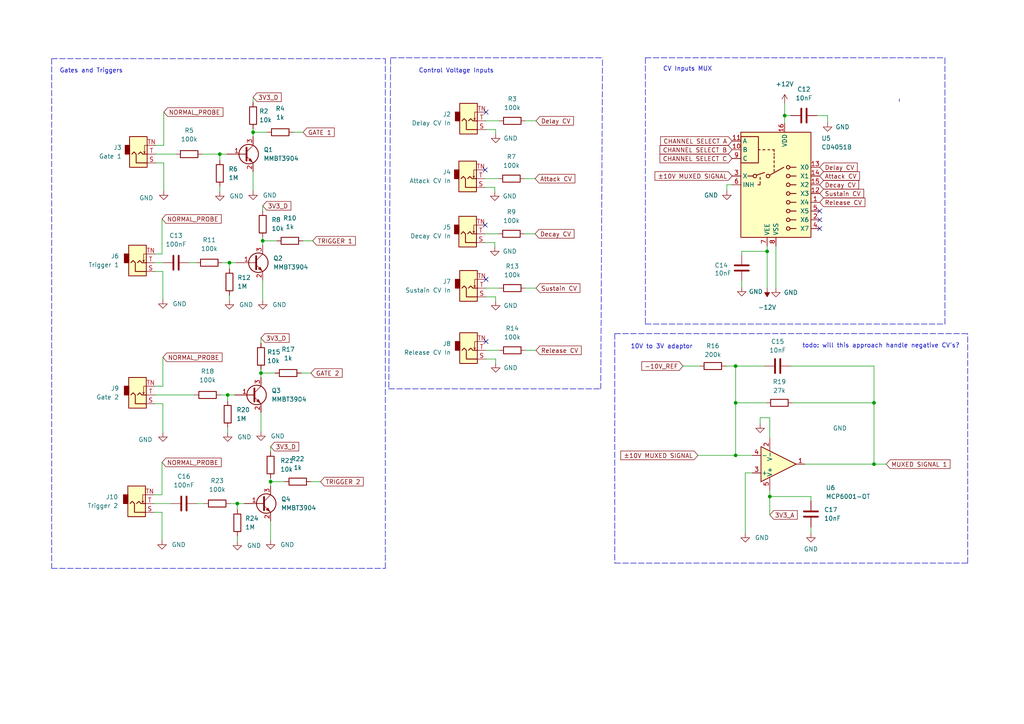
<source format=kicad_sch>
(kicad_sch (version 20211123) (generator eeschema)
  (paper "A4")
  (lib_symbols
    (symbol "Amplifier_Operational:MCP6001-OT" (pin_names (offset 0.127))
      (property "Reference" "U" (at -1.27 6.35 0))
      (property "Value" "MCP6001-OT" (at -1.27 3.81 0))
      (symbol "MCP6001-OT_0_1"
        (polyline (pts (xy -5.08 5.08) (xy 5.08 0) (xy -5.08 -5.08) (xy -5.08 5.08)) (stroke (width 0.254)) (fill (type background)))
        (pin power_in line (at -2.54 -7.62 90) (length 3.81) (name "V-") (number "2"))
        (pin power_in line (at -2.54 7.62 270) (length 3.81) (name "V+") (number "5"))
      )
      (symbol "MCP6001-OT_1_1"
        (pin output line (at 7.62 0 180) (length 2.54) (name "~") (number "1"))
        (pin input line (at -7.62 2.54 0) (length 2.54) (name "+") (number "3"))
        (pin input line (at -7.62 -2.54 0) (length 2.54) (name "-") (number "4"))
      )
    )
    (symbol "Analog_Switch:CD4051B"
      (property "Reference" "U" (at -10.16 16.51 0))
      (property "Value" "CD4051B" (at 3.81 16.51 0))
      (symbol "CD4051B_0_1"
        (rectangle (start -10.16 6.35) (end -5.08 13.97) (stroke (width 0.254)))
        (rectangle (start -10.16 15.24) (end 10.16 -15.24) (stroke (width 0.254)) (fill (type background)))
        (circle (center -6.096 2.54) (radius 0.508) (stroke (width 0.254)))
        (circle (center -2.286 2.54) (radius 0.508) (stroke (width 0.254)))
        (polyline (pts (xy -8.128 2.54) (xy -6.604 2.54)) (stroke (width 0.254)))
        (polyline (pts (xy -5.588 2.794) (xy -3.302 3.556)) (stroke (width 0.254)))
        (polyline (pts (xy -4.572 0) (xy -5.207 0)) (stroke (width 0.254)))
        (polyline (pts (xy -4.572 0.254) (xy -4.572 0.889)) (stroke (width 0.254)))
        (polyline (pts (xy -4.572 1.524) (xy -4.572 2.159)) (stroke (width 0.254)))
        (polyline (pts (xy -4.572 10.16) (xy -5.08 10.16)) (stroke (width 0.254)))
        (polyline (pts (xy -3.81 10.16) (xy -3.175 10.16)) (stroke (width 0.254)))
        (polyline (pts (xy -1.778 2.794) (xy 2.286 5.08)) (stroke (width 0.254)))
        (polyline (pts (xy -1.778 10.16) (xy -2.286 10.16)) (stroke (width 0.254)))
        (polyline (pts (xy -0.508 3.81) (xy -0.508 4.445)) (stroke (width 0.254)))
        (polyline (pts (xy -0.508 5.08) (xy -0.508 5.715)) (stroke (width 0.254)))
        (polyline (pts (xy -0.508 6.35) (xy -0.508 6.985)) (stroke (width 0.254)))
        (polyline (pts (xy -0.508 7.62) (xy -0.508 8.255)) (stroke (width 0.254)))
        (polyline (pts (xy -0.508 8.636) (xy -0.508 9.144)) (stroke (width 0.254)))
        (polyline (pts (xy -0.508 9.652) (xy -0.508 10.16)) (stroke (width 0.254)))
        (polyline (pts (xy -0.508 10.16) (xy -1.016 10.16)) (stroke (width 0.254)))
        (polyline (pts (xy 4.064 -12.7) (xy 5.842 -12.7)) (stroke (width 0.254)))
        (polyline (pts (xy 4.064 -10.16) (xy 5.842 -10.16)) (stroke (width 0.254)))
        (polyline (pts (xy 4.064 -7.62) (xy 5.842 -7.62)) (stroke (width 0.254)))
        (polyline (pts (xy 4.064 -5.08) (xy 5.842 -5.08)) (stroke (width 0.254)))
        (polyline (pts (xy 4.064 -2.54) (xy 5.842 -2.54)) (stroke (width 0.254)))
        (polyline (pts (xy 4.064 0) (xy 5.842 0)) (stroke (width 0.254)))
        (polyline (pts (xy 4.064 2.54) (xy 5.842 2.54)) (stroke (width 0.254)))
        (polyline (pts (xy 4.064 5.08) (xy 5.842 5.08)) (stroke (width 0.254)))
        (circle (center 3.556 -12.7) (radius 0.508) (stroke (width 0.254)))
        (circle (center 3.556 -10.16) (radius 0.508) (stroke (width 0.254)))
        (circle (center 3.556 -7.62) (radius 0.508) (stroke (width 0.254)))
        (circle (center 3.556 -5.08) (radius 0.508) (stroke (width 0.254)))
        (circle (center 3.556 -2.54) (radius 0.508) (stroke (width 0.254)))
        (circle (center 3.556 0) (radius 0.508) (stroke (width 0.254)))
        (circle (center 3.556 2.54) (radius 0.508) (stroke (width 0.254)))
        (circle (center 3.556 5.08) (radius 0.508) (stroke (width 0.254)))
      )
      (symbol "CD4051B_1_1"
        (pin bidirectional line (at 12.7 -5.08 180) (length 2.54) (name "X4") (number "1"))
        (pin input line (at -12.7 10.16 0) (length 2.54) (name "B") (number "10"))
        (pin input line (at -12.7 12.7 0) (length 2.54) (name "A") (number "11"))
        (pin bidirectional line (at 12.7 -2.54 180) (length 2.54) (name "X3") (number "12"))
        (pin bidirectional line (at 12.7 5.08 180) (length 2.54) (name "X0") (number "13"))
        (pin bidirectional line (at 12.7 2.54 180) (length 2.54) (name "X1") (number "14"))
        (pin bidirectional line (at 12.7 0 180) (length 2.54) (name "X2") (number "15"))
        (pin power_in line (at 2.54 17.78 270) (length 2.54) (name "VDD") (number "16"))
        (pin bidirectional line (at 12.7 -10.16 180) (length 2.54) (name "X6") (number "2"))
        (pin bidirectional line (at -12.7 2.54 0) (length 2.54) (name "X") (number "3"))
        (pin bidirectional line (at 12.7 -12.7 180) (length 2.54) (name "X7") (number "4"))
        (pin bidirectional line (at 12.7 -7.62 180) (length 2.54) (name "X5") (number "5"))
        (pin input line (at -12.7 0 0) (length 2.54) (name "INH") (number "6"))
        (pin power_in line (at -2.54 -17.78 90) (length 2.54) (name "VEE") (number "7"))
        (pin power_in line (at 0 -17.78 90) (length 2.54) (name "VSS") (number "8"))
        (pin input line (at -12.7 7.62 0) (length 2.54) (name "C") (number "9"))
      )
    )
    (symbol "Connector:AudioJack2_SwitchT"
      (property "Reference" "J" (at 0 8.89 0))
      (property "Value" "AudioJack2_SwitchT" (at 0 6.35 0))
      (symbol "AudioJack2_SwitchT_0_1"
        (rectangle (start -2.54 0) (end -3.81 -2.54) (stroke (width 0.254)) (fill (type outline)))
        (polyline (pts (xy 1.778 -0.254) (xy 2.032 -0.762)))
        (polyline (pts (xy 0 0) (xy 0.635 -0.635) (xy 1.27 0) (xy 2.54 0)) (stroke (width 0.254)))
        (polyline (pts (xy 2.54 -2.54) (xy 1.778 -2.54) (xy 1.778 -0.254) (xy 1.524 -0.762)))
        (polyline (pts (xy 2.54 2.54) (xy -0.635 2.54) (xy -0.635 0) (xy -1.27 -0.635) (xy -1.905 0)) (stroke (width 0.254)))
        (rectangle (start 2.54 3.81) (end -2.54 -5.08) (stroke (width 0.254)) (fill (type background)))
      )
      (symbol "AudioJack2_SwitchT_1_1"
        (pin passive line (at 5.08 2.54 180) (length 2.54) (name "~") (number "S"))
        (pin passive line (at 5.08 0 180) (length 2.54) (name "~") (number "T"))
        (pin passive line (at 5.08 -2.54 180) (length 2.54) (name "~") (number "TN"))
      )
    )
    (symbol "Device:C" (pin_numbers hide) (pin_names (offset 0.254))
      (property "Reference" "C" (at 0.635 2.54 0))
      (property "Value" "C" (at 0.635 -2.54 0))
      (symbol "C_0_1"
        (polyline (pts (xy -2.032 -0.762) (xy 2.032 -0.762)) (stroke (width 0.508)))
        (polyline (pts (xy -2.032 0.762) (xy 2.032 0.762)) (stroke (width 0.508)))
      )
      (symbol "C_1_1"
        (pin passive line (at 0 3.81 270) (length 2.794) (name "~") (number "1"))
        (pin passive line (at 0 -3.81 90) (length 2.794) (name "~") (number "2"))
      )
    )
    (symbol "Device:R" (pin_numbers hide) (pin_names (offset 0))
      (property "Reference" "R" (at 2.032 0 90))
      (property "Value" "R" (at 0 0 90))
      (symbol "R_0_1"
        (rectangle (start -1.016 -2.54) (end 1.016 2.54) (stroke (width 0.254)))
      )
      (symbol "R_1_1"
        (pin passive line (at 0 3.81 270) (length 1.27) (name "~") (number "1"))
        (pin passive line (at 0 -3.81 90) (length 1.27) (name "~") (number "2"))
      )
    )
    (symbol "Transistor_BJT:MMBT3904" (pin_names (offset 0) hide)
      (property "Reference" "Q" (at 5.08 1.905 0))
      (property "Value" "MMBT3904" (at 5.08 0 0))
      (symbol "MMBT3904_0_1"
        (polyline (pts (xy 0.635 0.635) (xy 2.54 2.54)))
        (polyline (pts (xy 0.635 -0.635) (xy 2.54 -2.54) (xy 2.54 -2.54)))
        (polyline (pts (xy 0.635 1.905) (xy 0.635 -1.905) (xy 0.635 -1.905)) (stroke (width 0.508)))
        (polyline (pts (xy 1.27 -1.778) (xy 1.778 -1.27) (xy 2.286 -2.286) (xy 1.27 -1.778) (xy 1.27 -1.778)) (fill (type outline)))
        (circle (center 1.27 0) (radius 2.8194) (stroke (width 0.254)))
      )
      (symbol "MMBT3904_1_1"
        (pin input line (at -5.08 0 0) (length 5.715) (name "B") (number "1"))
        (pin passive line (at 2.54 -5.08 90) (length 2.54) (name "E") (number "2"))
        (pin passive line (at 2.54 5.08 270) (length 2.54) (name "C") (number "3"))
      )
    )
    (symbol "power:+12V" (power) (pin_names (offset 0))
      (property "Value" "+12V" (at 0 3.556 0))
      (symbol "+12V_0_1"
        (polyline (pts (xy -0.762 1.27) (xy 0 2.54)))
        (polyline (pts (xy 0 0) (xy 0 2.54)))
        (polyline (pts (xy 0 2.54) (xy 0.762 1.27)))
      )
      (symbol "+12V_1_1"
        (pin power_in line (at 0 0 90) (length 0) hide (name "+12V") (number "1"))
      )
    )
    (symbol "power:-12V" (power) (pin_names (offset 0))
      (property "Value" "-12V" (at 0 3.81 0))
      (symbol "-12V_0_0"
        (pin power_in line (at 0 0 90) (length 0) hide (name "-12V") (number "1"))
      )
      (symbol "-12V_0_1"
        (polyline (pts (xy 0 0) (xy 0 1.27) (xy 0.762 1.27) (xy 0 2.54) (xy -0.762 1.27) (xy 0 1.27)) (fill (type outline)))
      )
    )
    (symbol "power:GND" (power) (pin_names (offset 0))
      (property "Value" "GND" (at 0 -3.81 0))
      (symbol "GND_0_1"
        (polyline (pts (xy 0 0) (xy 0 -1.27) (xy 1.27 -1.27) (xy 0 -2.54) (xy -1.27 -1.27) (xy 0 -1.27)))
      )
      (symbol "GND_1_1"
        (pin power_in line (at 0 0 270) (length 0) hide (name "GND") (number "1"))
      )
    )
  )
  (junction (at 75.692 108.204))
  (junction (at 63.754 44.704))
  (junction (at 213.36 132.08))
  (junction (at 213.36 106.172))
  (junction (at 76.2 69.85))
  (junction (at 73.406 38.354))
  (junction (at 222.504 72.898))
  (junction (at 78.486 139.7))
  (junction (at 68.834 146.05))
  (junction (at 213.36 116.84))
  (junction (at 253.492 134.62))
  (junction (at 253.492 116.84))
  (junction (at 223.266 144.018))
  (junction (at 227.584 33.528))
  (junction (at 66.548 76.2))
  (junction (at 66.04 114.554))
  (no_connect (at 140.97 99.06))
  (no_connect (at 237.744 61.214))
  (no_connect (at 237.744 63.754))
  (no_connect (at 237.744 66.294))
  (no_connect (at 140.97 32.512))
  (no_connect (at 140.97 81.026))
  (no_connect (at 140.716 49.276))
  (no_connect (at 140.716 65.278))
  (wire (pts (xy 152.146 51.816) (xy 155.194 51.816)))
  (wire (pts (xy 220.472 122.936) (xy 220.472 121.158)))
  (wire (pts (xy 225.044 71.374) (xy 225.044 83.566)))
  (wire (pts (xy 76.2 69.85) (xy 80.264 69.85)))
  (wire (pts (xy 229.87 116.84) (xy 253.492 116.84)))
  (wire (pts (xy 210.82 55.372) (xy 210.82 53.594)))
  (wire (pts (xy 45.212 44.704) (xy 51.054 44.704)))
  (wire (pts (xy 58.674 44.704) (xy 63.754 44.704)))
  (wire (pts (xy 220.472 121.158) (xy 223.266 121.158)))
  (wire (pts (xy 140.97 83.566) (xy 144.78 83.566)))
  (wire (pts (xy 235.204 152.908) (xy 235.204 154.686)))
  (wire (pts (xy 213.36 106.172) (xy 213.36 116.84)))
  (wire (pts (xy 216.154 137.16) (xy 216.154 154.686)))
  (wire (pts (xy 152.4 35.052) (xy 155.448 35.052)))
  (wire (pts (xy 227.584 33.528) (xy 227.584 35.814)))
  (wire (pts (xy 45.212 42.164) (xy 47.498 42.164)))
  (wire (pts (xy 87.884 69.85) (xy 90.678 69.85)))
  (wire (pts (xy 222.504 71.374) (xy 222.504 72.898)))
  (polyline (pts (xy 113.284 16.764) (xy 174.752 16.764)))
  (wire (pts (xy 46.99 134.112) (xy 46.99 143.51)))
  (wire (pts (xy 78.486 151.13) (xy 78.486 156.718)))
  (wire (pts (xy 75.692 107.188) (xy 75.692 108.204)))
  (polyline (pts (xy 280.67 163.322) (xy 280.67 96.774)))
  (wire (pts (xy 47.244 86.868) (xy 47.244 78.74)))
  (wire (pts (xy 78.486 139.7) (xy 78.486 140.97)))
  (wire (pts (xy 143.764 86.106) (xy 140.97 86.106)))
  (wire (pts (xy 143.51 54.356) (xy 140.716 54.356)))
  (wire (pts (xy 47.498 47.244) (xy 45.212 47.244)))
  (wire (pts (xy 198.12 106.172) (xy 202.946 106.172)))
  (wire (pts (xy 64.516 76.2) (xy 66.548 76.2)))
  (wire (pts (xy 90.17 139.7) (xy 92.964 139.7)))
  (wire (pts (xy 85.09 38.354) (xy 87.884 38.354)))
  (polyline (pts (xy 187.198 16.764) (xy 187.198 93.98)))
  (wire (pts (xy 75.692 119.634) (xy 75.692 125.222)))
  (wire (pts (xy 76.2 59.69) (xy 76.2 61.214)))
  (wire (pts (xy 240.03 33.528) (xy 236.982 33.528)))
  (wire (pts (xy 76.2 81.28) (xy 76.2 87.122)))
  (wire (pts (xy 68.834 146.05) (xy 68.834 147.828)))
  (wire (pts (xy 143.51 55.626) (xy 143.51 54.356)))
  (wire (pts (xy 221.742 106.172) (xy 213.36 106.172)))
  (wire (pts (xy 47.244 117.094) (xy 44.958 117.094)))
  (polyline (pts (xy 112.776 112.776) (xy 174.244 112.776)))
  (wire (pts (xy 229.362 106.172) (xy 253.492 106.172)))
  (wire (pts (xy 215.138 81.534) (xy 215.138 83.312)))
  (wire (pts (xy 66.548 76.2) (xy 66.548 77.978)))
  (wire (pts (xy 44.958 76.2) (xy 47.244 76.2)))
  (wire (pts (xy 215.138 72.898) (xy 222.504 72.898)))
  (polyline (pts (xy 111.76 164.846) (xy 111.76 17.018)))
  (polyline (pts (xy 178.308 96.774) (xy 178.308 163.322)))
  (wire (pts (xy 44.704 146.05) (xy 49.53 146.05)))
  (wire (pts (xy 68.834 155.448) (xy 68.834 156.972)))
  (wire (pts (xy 143.764 104.14) (xy 140.97 104.14)))
  (wire (pts (xy 223.266 144.018) (xy 223.266 142.24)))
  (wire (pts (xy 202.438 132.08) (xy 213.36 132.08)))
  (wire (pts (xy 47.244 125.476) (xy 47.244 117.094)))
  (wire (pts (xy 47.498 42.164) (xy 47.498 32.512)))
  (wire (pts (xy 227.584 29.972) (xy 227.584 33.528)))
  (polyline (pts (xy 14.986 164.846) (xy 111.76 164.846)))
  (wire (pts (xy 66.04 123.952) (xy 66.04 125.476)))
  (wire (pts (xy 215.138 73.914) (xy 215.138 72.898)))
  (wire (pts (xy 64.008 114.554) (xy 66.04 114.554)))
  (wire (pts (xy 46.99 156.718) (xy 46.99 148.59)))
  (wire (pts (xy 54.864 76.2) (xy 56.896 76.2)))
  (wire (pts (xy 63.754 44.704) (xy 63.754 46.482)))
  (wire (pts (xy 253.492 134.62) (xy 257.048 134.62)))
  (wire (pts (xy 240.03 35.56) (xy 240.03 33.528)))
  (wire (pts (xy 213.36 116.84) (xy 213.36 132.08)))
  (wire (pts (xy 66.04 114.554) (xy 66.04 116.332)))
  (wire (pts (xy 218.186 137.16) (xy 216.154 137.16)))
  (wire (pts (xy 63.754 44.704) (xy 65.786 44.704)))
  (polyline (pts (xy 174.244 112.776) (xy 174.752 16.764)))
  (wire (pts (xy 66.548 85.598) (xy 66.548 87.122)))
  (wire (pts (xy 78.486 129.54) (xy 78.486 131.064)))
  (wire (pts (xy 47.244 78.74) (xy 44.958 78.74)))
  (wire (pts (xy 152.4 83.566) (xy 155.448 83.566)))
  (wire (pts (xy 210.566 106.172) (xy 213.36 106.172)))
  (wire (pts (xy 233.426 134.62) (xy 253.492 134.62)))
  (wire (pts (xy 47.244 103.632) (xy 47.244 112.014)))
  (wire (pts (xy 227.584 33.528) (xy 229.362 33.528)))
  (wire (pts (xy 73.406 38.354) (xy 73.406 39.624)))
  (wire (pts (xy 152.146 67.818) (xy 155.194 67.818)))
  (wire (pts (xy 143.51 70.358) (xy 140.716 70.358)))
  (wire (pts (xy 140.716 51.816) (xy 144.526 51.816)))
  (wire (pts (xy 76.2 68.834) (xy 76.2 69.85)))
  (wire (pts (xy 143.764 38.862) (xy 143.764 37.592)))
  (polyline (pts (xy 14.986 17.018) (xy 111.76 17.018)))
  (wire (pts (xy 223.266 149.352) (xy 223.266 144.018)))
  (wire (pts (xy 76.2 69.85) (xy 76.2 71.12)))
  (wire (pts (xy 73.406 37.338) (xy 73.406 38.354)))
  (wire (pts (xy 87.376 108.204) (xy 90.17 108.204)))
  (wire (pts (xy 44.958 114.554) (xy 56.388 114.554)))
  (wire (pts (xy 63.754 54.102) (xy 63.754 55.626)))
  (wire (pts (xy 75.692 108.204) (xy 79.756 108.204)))
  (wire (pts (xy 73.406 28.194) (xy 73.406 29.718)))
  (wire (pts (xy 47.498 55.372) (xy 47.498 47.244)))
  (wire (pts (xy 66.548 76.2) (xy 68.58 76.2)))
  (wire (pts (xy 253.492 106.172) (xy 253.492 116.84)))
  (wire (pts (xy 213.36 132.08) (xy 218.186 132.08)))
  (polyline (pts (xy 113.284 17.018) (xy 112.776 112.776)))
  (wire (pts (xy 140.97 35.052) (xy 144.78 35.052)))
  (wire (pts (xy 73.406 49.784) (xy 73.406 55.372)))
  (wire (pts (xy 73.406 38.354) (xy 77.47 38.354)))
  (wire (pts (xy 78.486 139.7) (xy 82.55 139.7)))
  (wire (pts (xy 78.486 138.684) (xy 78.486 139.7)))
  (wire (pts (xy 213.36 116.84) (xy 222.25 116.84)))
  (polyline (pts (xy 187.198 93.98) (xy 274.066 93.98)))
  (wire (pts (xy 75.692 98.044) (xy 75.692 99.568)))
  (polyline (pts (xy 187.198 16.764) (xy 274.066 16.764)))
  (polyline (pts (xy 274.066 93.98) (xy 274.066 16.764)))
  (wire (pts (xy 140.716 67.818) (xy 144.526 67.818)))
  (wire (pts (xy 46.99 143.51) (xy 44.704 143.51)))
  (wire (pts (xy 140.97 101.6) (xy 144.78 101.6)))
  (wire (pts (xy 44.958 112.014) (xy 47.244 112.014)))
  (wire (pts (xy 46.99 148.59) (xy 44.704 148.59)))
  (wire (pts (xy 210.82 53.594) (xy 212.344 53.594)))
  (polyline (pts (xy 178.308 163.322) (xy 280.67 163.322)))
  (wire (pts (xy 152.4 101.6) (xy 155.448 101.6)))
  (polyline (pts (xy 178.308 96.774) (xy 280.67 96.774)))
  (wire (pts (xy 143.764 37.592) (xy 140.97 37.592)))
  (wire (pts (xy 57.15 146.05) (xy 59.182 146.05)))
  (wire (pts (xy 143.51 71.628) (xy 143.51 70.358)))
  (wire (pts (xy 68.834 146.05) (xy 70.866 146.05)))
  (wire (pts (xy 66.04 114.554) (xy 68.072 114.554)))
  (polyline (pts (xy 14.986 17.018) (xy 14.986 164.846)))
  (wire (pts (xy 66.802 146.05) (xy 68.834 146.05)))
  (wire (pts (xy 223.266 121.158) (xy 223.266 127)))
  (wire (pts (xy 75.692 108.204) (xy 75.692 109.474)))
  (wire (pts (xy 235.204 145.288) (xy 235.204 144.018)))
  (wire (pts (xy 222.504 72.898) (xy 222.504 83.566)))
  (wire (pts (xy 46.99 73.66) (xy 44.958 73.66)))
  (wire (pts (xy 253.492 116.84) (xy 253.492 134.62)))
  (wire (pts (xy 46.99 63.5) (xy 46.99 73.66)))
  (polyline (pts (xy 260.858 28.702) (xy 260.858 29.464)))
  (wire (pts (xy 143.764 87.376) (xy 143.764 86.106)))
  (wire (pts (xy 143.764 105.41) (xy 143.764 104.14)))
  (wire (pts (xy 223.266 144.018) (xy 235.204 144.018)))
  (text "CV Inputs MUX" (at 192.278 20.828 0) (effects (font (size 1.27 1.27)) (justify left bottom)))
  (text "Gates and Triggers" (at 17.272 21.336 0) (effects (font (size 1.27 1.27)) (justify left bottom)))
  (text "Control Voltage Inputs" (at 121.412 21.336 0) (effects (font (size 1.27 1.27)) (justify left bottom)))
  (text "10V to 3V adaptor" (at 182.88 101.346 0) (effects (font (size 1.27 1.27)) (justify left bottom)))
  (text "todo: will this approach handle negative CV's?" (at 232.664 101.092 0) (effects (font (size 1.27 1.27)) (justify left bottom)))
  (global_label "Sustain CV" (shape input) (at 237.744 56.134 0) (property "Intersheet References" "${INTERSHEET_REFS}" (effects hide)))
  (global_label "CHANNEL SELECT B" (shape input) (at 212.344 43.434 180) (property "Intersheet References" "${INTERSHEET_REFS}" (effects hide)))
  (global_label "3V3_D" (shape input) (at 75.692 98.044 0) (property "Intersheet References" "${INTERSHEET_REFS}" (effects hide)))
  (global_label "Delay CV" (shape input) (at 155.448 35.052 0) (property "Intersheet References" "${INTERSHEET_REFS}" (effects hide)))
  (global_label "NORMAL_PROBE" (shape input) (at 46.99 134.112 0) (property "Intersheet References" "${INTERSHEET_REFS}" (effects hide)))
  (global_label "Attack CV" (shape input) (at 237.744 51.054 0) (property "Intersheet References" "${INTERSHEET_REFS}" (effects hide)))
  (global_label "Decay CV" (shape input) (at 155.194 67.818 0) (property "Intersheet References" "${INTERSHEET_REFS}" (effects hide)))
  (global_label "MUXED SIGNAL 1" (shape input) (at 257.048 134.62 0) (property "Intersheet References" "${INTERSHEET_REFS}" (effects hide)))
  (global_label "TRIGGER 1" (shape input) (at 90.678 69.85 0) (property "Intersheet References" "${INTERSHEET_REFS}" (effects hide)))
  (global_label "Decay CV" (shape input) (at 237.744 53.594 0) (property "Intersheet References" "${INTERSHEET_REFS}" (effects hide)))
  (global_label "3V3_A" (shape input) (at 223.266 149.352 0) (property "Intersheet References" "${INTERSHEET_REFS}" (effects hide)))
  (global_label "TRIGGER 2" (shape input) (at 92.964 139.7 0) (property "Intersheet References" "${INTERSHEET_REFS}" (effects hide)))
  (global_label "±10V MUXED SIGNAL" (shape input) (at 212.344 51.054 180) (property "Intersheet References" "${INTERSHEET_REFS}" (effects hide)))
  (global_label "Delay CV" (shape input) (at 237.744 48.514 0) (property "Intersheet References" "${INTERSHEET_REFS}" (effects hide)))
  (global_label "Attack CV" (shape input) (at 155.194 51.816 0) (property "Intersheet References" "${INTERSHEET_REFS}" (effects hide)))
  (global_label "GATE 2" (shape input) (at 90.17 108.204 0) (property "Intersheet References" "${INTERSHEET_REFS}" (effects hide)))
  (global_label "3V3_D" (shape input) (at 76.2 59.69 0) (property "Intersheet References" "${INTERSHEET_REFS}" (effects hide)))
  (global_label "GATE 1" (shape input) (at 87.884 38.354 0) (property "Intersheet References" "${INTERSHEET_REFS}" (effects hide)))
  (global_label "±10V MUXED SIGNAL" (shape input) (at 202.438 132.08 180) (property "Intersheet References" "${INTERSHEET_REFS}" (effects hide)))
  (global_label "NORMAL_PROBE" (shape input) (at 47.244 103.632 0) (property "Intersheet References" "${INTERSHEET_REFS}" (effects hide)))
  (global_label "3V3_D" (shape input) (at 73.406 28.194 0) (property "Intersheet References" "${INTERSHEET_REFS}" (effects hide)))
  (global_label "3V3_D" (shape input) (at 78.486 129.54 0) (property "Intersheet References" "${INTERSHEET_REFS}" (effects hide)))
  (global_label "CHANNEL SELECT C" (shape input) (at 212.344 45.974 180) (property "Intersheet References" "${INTERSHEET_REFS}" (effects hide)))
  (global_label "NORMAL_PROBE" (shape input) (at 46.99 63.5 0) (property "Intersheet References" "${INTERSHEET_REFS}" (effects hide)))
  (global_label "-10V_REF" (shape input) (at 198.12 106.172 180) (property "Intersheet References" "${INTERSHEET_REFS}" (effects hide)))
  (global_label "Release CV" (shape input) (at 155.448 101.6 0) (property "Intersheet References" "${INTERSHEET_REFS}" (effects hide)))
  (global_label "Sustain CV" (shape input) (at 155.448 83.566 0) (property "Intersheet References" "${INTERSHEET_REFS}" (effects hide)))
  (global_label "NORMAL_PROBE" (shape input) (at 47.498 32.512 0) (property "Intersheet References" "${INTERSHEET_REFS}" (effects hide)))
  (global_label "CHANNEL SELECT A" (shape input) (at 212.344 40.894 180) (property "Intersheet References" "${INTERSHEET_REFS}" (effects hide)))
  (global_label "Release CV" (shape input) (at 237.744 58.674 0) (property "Intersheet References" "${INTERSHEET_REFS}" (effects hide)))
  (symbol (lib_id "power:GND") (at 210.82 55.372 0) (unit 1)
    (property "Reference" "#PWR020" (effects hide))
    (property "Value" "GND" (at 208.28 56.6419 0) (effects (justify right)))
  )
  (symbol (lib_id "Device:R") (at 60.198 114.554 90) (unit 1)
    (property "Reference" "R18" (at 60.198 107.696 90))
    (property "Value" "100k" (at 60.198 110.236 90))
    (property "Footprint" "Resistor_SMD:R_0805_2012Metric" (effects hide))
  )
  (symbol (lib_id "Device:C") (at 225.552 106.172 90) (unit 1)
    (property "Reference" "C15" (at 225.552 99.06 90))
    (property "Value" "10nF" (at 225.552 101.6 90))
    (property "Footprint" "Capacitor_SMD:C_0805_2012Metric" (effects hide))
  )
  (symbol (lib_id "Device:R") (at 148.59 83.566 90) (unit 1)
    (property "Reference" "R13" (at 148.59 77.216 90))
    (property "Value" "100k" (at 148.59 79.756 90))
    (property "Footprint" "Resistor_SMD:R_0805_2012Metric" (effects hide))
  )
  (symbol (lib_id "Device:C") (at 235.204 149.098 0) (unit 1)
    (property "Reference" "C17" (at 239.014 147.8279 0) (effects (justify left)))
    (property "Value" "10nF" (at 239.014 150.3679 0) (effects (justify left)))
    (property "Footprint" "Capacitor_SMD:C_0805_2012Metric" (effects hide))
  )
  (symbol (lib_id "power:GND") (at 63.754 55.626 0) (unit 1)
    (property "Reference" "#PWR021" (effects hide))
    (property "Value" "GND" (at 66.548 56.8959 0) (effects (justify left)))
  )
  (symbol (lib_id "Device:R") (at 81.28 38.354 270) (unit 1)
    (property "Reference" "R4" (at 81.28 31.496 90))
    (property "Value" "1k" (at 81.28 34.036 90))
    (property "Footprint" "Resistor_SMD:R_0805_2012Metric" (effects hide))
  )
  (symbol (lib_id "power:GND") (at 225.044 83.566 0) (unit 1)
    (property "Reference" "#PWR026" (effects hide))
    (property "Value" "GND" (at 227.33 84.8359 0) (effects (justify left)))
  )
  (symbol (lib_id "Device:R") (at 83.566 108.204 270) (unit 1)
    (property "Reference" "R17" (at 83.566 101.346 90))
    (property "Value" "1k" (at 83.566 103.886 90))
    (property "Footprint" "Resistor_SMD:R_0805_2012Metric" (effects hide))
  )
  (symbol (lib_id "Device:R") (at 54.864 44.704 90) (unit 1)
    (property "Reference" "R5" (at 54.864 37.846 90))
    (property "Value" "100k" (at 54.864 40.386 90))
    (property "Footprint" "Resistor_SMD:R_0805_2012Metric" (effects hide))
  )
  (symbol (lib_id "Connector:AudioJack2_SwitchT") (at 135.636 67.818 0) (mirror x) (unit 1)
    (property "Reference" "J5" (at 130.81 65.9129 0) (effects (justify right)))
    (property "Value" "Decay CV In" (at 130.81 68.4529 0) (effects (justify right)))
    (property "Footprint" "Connector_Audio:Jack_3.5mm_QingPu_WQP-PJ398SM_Vertical_CircularHoles" (effects hide))
  )
  (symbol (lib_id "Device:R") (at 66.548 81.788 180) (unit 1)
    (property "Reference" "R12" (at 68.834 80.5179 0) (effects (justify right)))
    (property "Value" "1M" (at 68.834 83.0579 0) (effects (justify right)))
    (property "Footprint" "Resistor_SMD:R_0805_2012Metric" (effects hide))
  )
  (symbol (lib_id "Device:R") (at 66.04 120.142 180) (unit 1)
    (property "Reference" "R20" (at 68.58 118.8719 0) (effects (justify right)))
    (property "Value" "1M" (at 68.58 121.4119 0) (effects (justify right)))
    (property "Footprint" "Resistor_SMD:R_0805_2012Metric" (effects hide))
  )
  (symbol (lib_id "power:GND") (at 75.692 125.222 0) (unit 1)
    (property "Reference" "#PWR033" (effects hide))
    (property "Value" "GND" (at 78.486 126.4919 0) (effects (justify left)))
  )
  (symbol (lib_id "power:-12V") (at 222.504 83.566 180) (unit 1)
    (property "Reference" "#PWR025" (effects hide))
    (property "Value" "-12V" (at 222.504 89.154 0))
  )
  (symbol (lib_id "power:GND") (at 76.2 87.122 0) (unit 1)
    (property "Reference" "#PWR029" (effects hide))
    (property "Value" "GND" (at 78.994 88.3919 0) (effects (justify left)))
  )
  (symbol (lib_id "Connector:AudioJack2_SwitchT") (at 40.132 44.704 0) (mirror x) (unit 1)
    (property "Reference" "J3" (at 35.306 42.7989 0) (effects (justify right)))
    (property "Value" "Gate 1" (at 35.306 45.3389 0) (effects (justify right)))
    (property "Footprint" "Connector_Audio:Jack_3.5mm_QingPu_WQP-PJ398SM_Vertical_CircularHoles" (effects hide))
  )
  (symbol (lib_id "power:GND") (at 78.486 156.718 0) (unit 1)
    (property "Reference" "#PWR039" (effects hide))
    (property "Value" "GND" (at 81.28 157.9879 0) (effects (justify left)))
  )
  (symbol (lib_id "Amplifier_Operational:MCP6001-OT") (at 225.806 134.62 0) (mirror x) (unit 1)
    (property "Reference" "U6" (at 239.5094 141.478 0) (effects (justify left)))
    (property "Value" "MCP6001-OT" (at 239.5094 144.018 0) (effects (justify left)))
    (property "Footprint" "Package_TO_SOT_SMD:SOT-23-5_HandSoldering" (effects hide))
    (property "Datasheet" "http://ww1.microchip.com/downloads/en/DeviceDoc/21733j.pdf" (effects hide))
  )
  (symbol (lib_id "power:GND") (at 73.406 55.372 0) (unit 1)
    (property "Reference" "#PWR019" (effects hide))
    (property "Value" "GND" (at 76.2 56.6419 0) (effects (justify left)))
  )
  (symbol (lib_id "power:GND") (at 143.764 105.41 0) (unit 1)
    (property "Reference" "#PWR031" (effects hide))
    (property "Value" "GND" (at 146.05 106.6799 0) (effects (justify left)))
  )
  (symbol (lib_id "power:GND") (at 143.51 71.628 0) (unit 1)
    (property "Reference" "#PWR023" (effects hide))
    (property "Value" "GND" (at 145.796 72.8979 0) (effects (justify left)))
  )
  (symbol (lib_id "Connector:AudioJack2_SwitchT") (at 135.89 35.052 0) (mirror x) (unit 1)
    (property "Reference" "J2" (at 130.81 33.1469 0) (effects (justify right)))
    (property "Value" "Delay CV In" (at 130.81 35.6869 0) (effects (justify right)))
    (property "Footprint" "Connector_Audio:Jack_3.5mm_QingPu_WQP-PJ398SM_Vertical_CircularHoles" (effects hide))
  )
  (symbol (lib_id "power:GND") (at 240.03 35.56 0) (unit 1)
    (property "Reference" "#PWR016" (effects hide))
    (property "Value" "GND" (at 242.316 36.8299 0) (effects (justify left)))
  )
  (symbol (lib_id "power:GND") (at 47.498 55.372 0) (unit 1)
    (property "Reference" "#PWR018" (effects hide))
    (property "Value" "GND" (at 40.386 57.4039 0) (effects (justify left)))
  )
  (symbol (lib_id "power:+12V") (at 227.584 29.972 0) (unit 1)
    (property "Reference" "#PWR015" (effects hide))
    (property "Value" "+12V" (at 227.584 24.384 0))
  )
  (symbol (lib_id "power:GND") (at 235.204 154.686 0) (unit 1)
    (property "Reference" "#PWR037" (effects hide))
    (property "Value" "GND" (at 235.204 159.258 0))
  )
  (symbol (lib_id "Device:R") (at 206.756 106.172 90) (unit 1)
    (property "Reference" "R16" (at 206.756 100.33 90))
    (property "Value" "200k" (at 206.756 102.87 90))
    (property "Footprint" "Resistor_SMD:R_0805_2012Metric" (effects hide))
  )
  (symbol (lib_id "power:GND") (at 143.764 87.376 0) (unit 1)
    (property "Reference" "#PWR030" (effects hide))
    (property "Value" "GND" (at 146.05 88.6459 0) (effects (justify left)))
  )
  (symbol (lib_id "Device:R") (at 62.992 146.05 90) (unit 1)
    (property "Reference" "R23" (at 62.992 139.446 90))
    (property "Value" "100k" (at 62.992 141.986 90))
    (property "Footprint" "Resistor_SMD:R_0805_2012Metric" (effects hide))
  )
  (symbol (lib_id "Device:C") (at 53.34 146.05 90) (unit 1)
    (property "Reference" "C16" (at 53.34 138.176 90))
    (property "Value" "100nF" (at 53.34 140.716 90))
    (property "Footprint" "Capacitor_SMD:C_0805_2012Metric" (effects hide))
  )
  (symbol (lib_id "Device:R") (at 226.06 116.84 90) (unit 1)
    (property "Reference" "R19" (at 226.06 110.744 90))
    (property "Value" "27k" (at 226.06 113.284 90))
    (property "Footprint" "Resistor_SMD:R_0805_2012Metric" (effects hide))
  )
  (symbol (lib_id "Transistor_BJT:MMBT3904") (at 70.866 44.704 0) (unit 1)
    (property "Reference" "Q1" (at 76.454 43.4339 0) (effects (justify left)))
    (property "Value" "MMBT3904" (at 76.454 45.9739 0) (effects (justify left)))
    (property "Footprint" "Package_TO_SOT_SMD:SOT-23" (effects hide))
    (property "Datasheet" "https://www.onsemi.com/pub/Collateral/2N3903-D.PDF" (effects hide))
  )
  (symbol (lib_id "power:GND") (at 46.99 156.718 0) (unit 1)
    (property "Reference" "#PWR038" (effects hide))
    (property "Value" "GND" (at 49.784 157.9879 0) (effects (justify left)))
  )
  (symbol (lib_id "Transistor_BJT:MMBT3904") (at 73.66 76.2 0) (unit 1)
    (property "Reference" "Q2" (at 79.248 74.9299 0) (effects (justify left)))
    (property "Value" "MMBT3904" (at 79.248 77.4699 0) (effects (justify left)))
    (property "Footprint" "Package_TO_SOT_SMD:SOT-23" (effects hide))
    (property "Datasheet" "https://www.onsemi.com/pub/Collateral/2N3903-D.PDF" (effects hide))
  )
  (symbol (lib_id "power:GND") (at 143.51 55.626 0) (unit 1)
    (property "Reference" "#PWR022" (effects hide))
    (property "Value" "GND" (at 145.796 56.8959 0) (effects (justify left)))
  )
  (symbol (lib_id "Device:R") (at 84.074 69.85 270) (unit 1)
    (property "Reference" "R10" (at 84.074 63.246 90))
    (property "Value" "1k" (at 84.074 65.786 90))
    (property "Footprint" "Resistor_SMD:R_0805_2012Metric" (effects hide))
  )
  (symbol (lib_id "Device:R") (at 86.36 139.7 270) (unit 1)
    (property "Reference" "R22" (at 86.36 133.096 90))
    (property "Value" "1k" (at 86.36 135.636 90))
    (property "Footprint" "Resistor_SMD:R_0805_2012Metric" (effects hide))
  )
  (symbol (lib_id "Connector:AudioJack2_SwitchT") (at 135.636 51.816 0) (mirror x) (unit 1)
    (property "Reference" "J4" (at 130.81 49.9109 0) (effects (justify right)))
    (property "Value" "Attack CV In" (at 130.81 52.4509 0) (effects (justify right)))
    (property "Footprint" "Connector_Audio:Jack_3.5mm_QingPu_WQP-PJ398SM_Vertical_CircularHoles" (effects hide))
  )
  (symbol (lib_id "power:GND") (at 68.834 156.972 0) (unit 1)
    (property "Reference" "#PWR040" (effects hide))
    (property "Value" "GND" (at 71.628 158.2419 0) (effects (justify left)))
  )
  (symbol (lib_id "power:GND") (at 66.548 87.122 0) (unit 1)
    (property "Reference" "#PWR028" (effects hide))
    (property "Value" "GND" (at 69.342 88.3919 0) (effects (justify left)))
  )
  (symbol (lib_id "power:GND") (at 143.764 38.862 0) (unit 1)
    (property "Reference" "#PWR017" (effects hide))
    (property "Value" "GND" (at 146.05 40.1319 0) (effects (justify left)))
  )
  (symbol (lib_id "Device:C") (at 233.172 33.528 90) (unit 1)
    (property "Reference" "C12" (at 233.172 25.908 90))
    (property "Value" "10nF" (at 233.172 28.448 90))
    (property "Footprint" "Capacitor_SMD:C_0805_2012Metric" (effects hide))
  )
  (symbol (lib_id "Device:R") (at 76.2 65.024 180) (unit 1)
    (property "Reference" "R8" (at 78.74 63.7539 0) (effects (justify right)))
    (property "Value" "10k" (at 78.74 66.2939 0) (effects (justify right)))
    (property "Footprint" "Resistor_SMD:R_0805_2012Metric" (effects hide))
  )
  (symbol (lib_id "power:GND") (at 220.472 122.936 0) (unit 1)
    (property "Reference" "#PWR032" (effects hide))
    (property "Value" "GND" (at 241.554 124.2059 0) (effects (justify left)))
  )
  (symbol (lib_id "Device:R") (at 68.834 151.638 180) (unit 1)
    (property "Reference" "R24" (at 71.12 150.3679 0) (effects (justify right)))
    (property "Value" "1M" (at 71.12 152.9079 0) (effects (justify right)))
    (property "Footprint" "Resistor_SMD:R_0805_2012Metric" (effects hide))
  )
  (symbol (lib_id "Device:R") (at 148.336 67.818 90) (unit 1)
    (property "Reference" "R9" (at 148.336 61.468 90))
    (property "Value" "100k" (at 148.336 64.008 90))
    (property "Footprint" "Resistor_SMD:R_0805_2012Metric" (effects hide))
  )
  (symbol (lib_id "Connector:AudioJack2_SwitchT") (at 135.89 101.6 0) (mirror x) (unit 1)
    (property "Reference" "J8" (at 130.81 99.6949 0) (effects (justify right)))
    (property "Value" "Release CV In" (at 130.81 102.2349 0) (effects (justify right)))
    (property "Footprint" "Connector_Audio:Jack_3.5mm_QingPu_WQP-PJ398SM_Vertical_CircularHoles" (effects hide))
  )
  (symbol (lib_id "Connector:AudioJack2_SwitchT") (at 135.89 83.566 0) (mirror x) (unit 1)
    (property "Reference" "J7" (at 130.81 81.6609 0) (effects (justify right)))
    (property "Value" "Sustain CV In" (at 130.81 84.2009 0) (effects (justify right)))
    (property "Footprint" "Connector_Audio:Jack_3.5mm_QingPu_WQP-PJ398SM_Vertical_CircularHoles" (effects hide))
  )
  (symbol (lib_id "Transistor_BJT:MMBT3904") (at 73.152 114.554 0) (unit 1)
    (property "Reference" "Q3" (at 78.74 113.2839 0) (effects (justify left)))
    (property "Value" "MMBT3904" (at 78.74 115.8239 0) (effects (justify left)))
    (property "Footprint" "Package_TO_SOT_SMD:SOT-23" (effects hide))
    (property "Datasheet" "https://www.onsemi.com/pub/Collateral/2N3903-D.PDF" (effects hide))
  )
  (symbol (lib_id "power:GND") (at 47.244 86.868 0) (unit 1)
    (property "Reference" "#PWR027" (effects hide))
    (property "Value" "GND" (at 50.038 88.1379 0) (effects (justify left)))
  )
  (symbol (lib_id "Device:R") (at 75.692 103.378 180) (unit 1)
    (property "Reference" "R15" (at 77.47 102.1079 0) (effects (justify right)))
    (property "Value" "10k" (at 77.47 104.6479 0) (effects (justify right)))
    (property "Footprint" "Resistor_SMD:R_0805_2012Metric" (effects hide))
  )
  (symbol (lib_id "Device:R") (at 148.59 35.052 90) (unit 1)
    (property "Reference" "R3" (at 148.59 28.702 90))
    (property "Value" "100k" (at 148.59 31.242 90))
    (property "Footprint" "Resistor_SMD:R_0805_2012Metric" (effects hide))
  )
  (symbol (lib_id "Connector:AudioJack2_SwitchT") (at 39.878 114.554 0) (mirror x) (unit 1)
    (property "Reference" "J9" (at 34.544 112.6489 0) (effects (justify right)))
    (property "Value" "Gate 2" (at 34.544 115.1889 0) (effects (justify right)))
    (property "Footprint" "Connector_Audio:Jack_3.5mm_QingPu_WQP-PJ398SM_Vertical_CircularHoles" (effects hide))
  )
  (symbol (lib_id "Device:R") (at 148.59 101.6 90) (unit 1)
    (property "Reference" "R14" (at 148.59 95.25 90))
    (property "Value" "100k" (at 148.59 97.79 90))
    (property "Footprint" "Resistor_SMD:R_0805_2012Metric" (effects hide))
  )
  (symbol (lib_id "Device:C") (at 51.054 76.2 90) (unit 1)
    (property "Reference" "C13" (at 51.054 68.326 90))
    (property "Value" "100nF" (at 51.054 70.866 90))
    (property "Footprint" "Capacitor_SMD:C_0805_2012Metric" (effects hide))
  )
  (symbol (lib_id "power:GND") (at 215.138 83.312 0) (unit 1)
    (property "Reference" "#PWR024" (effects hide))
    (property "Value" "GND" (at 217.17 84.5819 0) (effects (justify left)))
  )
  (symbol (lib_id "power:GND") (at 66.04 125.476 0) (unit 1)
    (property "Reference" "#PWR035" (effects hide))
    (property "Value" "GND" (at 68.834 126.7459 0) (effects (justify left)))
  )
  (symbol (lib_id "power:GND") (at 47.244 125.476 0) (unit 1)
    (property "Reference" "#PWR034" (effects hide))
    (property "Value" "GND" (at 40.132 127.5079 0) (effects (justify left)))
  )
  (symbol (lib_id "Device:R") (at 63.754 50.292 180) (unit 1)
    (property "Reference" "R6" (at 66.294 49.0219 0) (effects (justify right)))
    (property "Value" "1M" (at 66.294 51.5619 0) (effects (justify right)))
    (property "Footprint" "Resistor_SMD:R_0805_2012Metric" (effects hide))
  )
  (symbol (lib_id "Connector:AudioJack2_SwitchT") (at 39.624 146.05 0) (mirror x) (unit 1)
    (property "Reference" "J10" (at 34.29 144.1449 0) (effects (justify right)))
    (property "Value" "Trigger 2" (at 34.29 146.6849 0) (effects (justify right)))
    (property "Footprint" "Connector_Audio:Jack_3.5mm_QingPu_WQP-PJ398SM_Vertical_CircularHoles" (effects hide))
  )
  (symbol (lib_id "Device:C") (at 215.138 77.724 0) (unit 1)
    (property "Reference" "C14" (at 207.264 76.9619 0) (effects (justify left)))
    (property "Value" "10nF" (at 207.264 79.2479 0) (effects (justify left)))
    (property "Footprint" "Capacitor_SMD:C_0805_2012Metric" (effects hide))
  )
  (symbol (lib_id "Device:R") (at 148.336 51.816 90) (unit 1)
    (property "Reference" "R7" (at 148.336 45.466 90))
    (property "Value" "100k" (at 148.336 48.006 90))
    (property "Footprint" "Resistor_SMD:R_0805_2012Metric" (effects hide))
  )
  (symbol (lib_id "Device:R") (at 73.406 33.528 180) (unit 1)
    (property "Reference" "R2" (at 75.184 32.2579 0) (effects (justify right)))
    (property "Value" "10k" (at 75.184 34.7979 0) (effects (justify right)))
    (property "Footprint" "Resistor_SMD:R_0805_2012Metric" (effects hide))
  )
  (symbol (lib_id "Transistor_BJT:MMBT3904") (at 75.946 146.05 0) (unit 1)
    (property "Reference" "Q4" (at 81.534 144.7799 0) (effects (justify left)))
    (property "Value" "MMBT3904" (at 81.534 147.3199 0) (effects (justify left)))
    (property "Footprint" "Package_TO_SOT_SMD:SOT-23" (effects hide))
    (property "Datasheet" "https://www.onsemi.com/pub/Collateral/2N3903-D.PDF" (effects hide))
  )
  (symbol (lib_id "Analog_Switch:CD4051B") (at 225.044 53.594 0) (unit 1)
    (property "Reference" "U5" (at 238.2394 40.132 0) (effects (justify left)))
    (property "Value" "CD4051B" (at 238.2394 42.672 0) (effects (justify left)))
    (property "Footprint" "Package_SO:SOIC-16_3.9x9.9mm_P1.27mm" (effects hide))
    (property "Datasheet" "http://www.ti.com/lit/ds/symlink/cd4052b.pdf" (effects hide))
  )
  (symbol (lib_id "Connector:AudioJack2_SwitchT") (at 39.878 76.2 0) (mirror x) (unit 1)
    (property "Reference" "J6" (at 34.544 74.2949 0) (effects (justify right)))
    (property "Value" "Trigger 1" (at 34.544 76.8349 0) (effects (justify right)))
    (property "Footprint" "Connector_Audio:Jack_3.5mm_QingPu_WQP-PJ398SM_Vertical_CircularHoles" (effects hide))
  )
  (symbol (lib_id "Device:R") (at 60.706 76.2 90) (unit 1)
    (property "Reference" "R11" (at 60.706 69.596 90))
    (property "Value" "100k" (at 60.706 72.136 90))
    (property "Footprint" "Resistor_SMD:R_0805_2012Metric" (effects hide))
  )
  (symbol (lib_id "Device:R") (at 78.486 134.874 180) (unit 1)
    (property "Reference" "R21" (at 81.28 133.6039 0) (effects (justify right)))
    (property "Value" "10k" (at 81.28 136.1439 0) (effects (justify right)))
    (property "Footprint" "Resistor_SMD:R_0805_2012Metric" (effects hide))
  )
  (symbol (lib_id "power:GND") (at 216.154 154.686 0) (unit 1)
    (property "Reference" "#PWR036" (effects hide))
    (property "Value" "GND" (at 218.948 155.9559 0) (effects (justify left)))
  )
)
</source>
